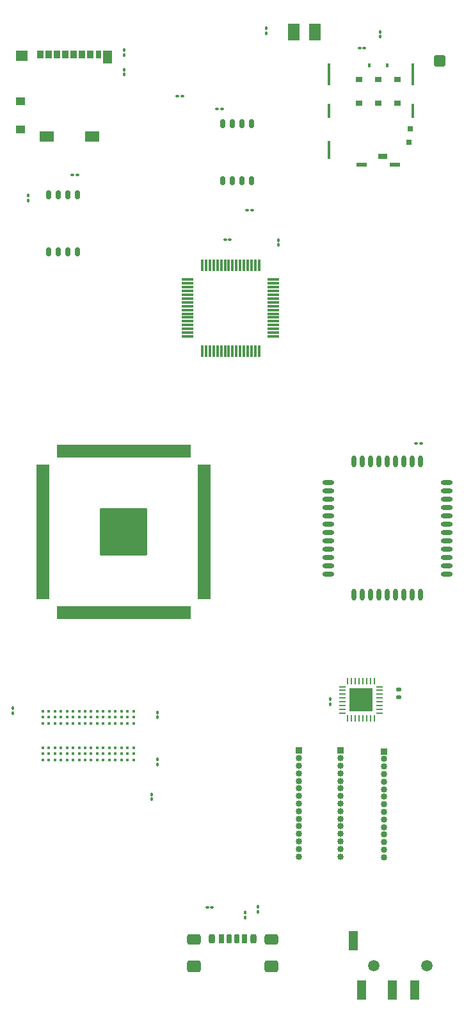
<source format=gbr>
%TF.GenerationSoftware,KiCad,Pcbnew,8.0.2*%
%TF.CreationDate,2024-06-28T11:46:25+02:00*%
%TF.ProjectId,Undroid,556e6472-6f69-4642-9e6b-696361645f70,rev?*%
%TF.SameCoordinates,Original*%
%TF.FileFunction,Soldermask,Top*%
%TF.FilePolarity,Negative*%
%FSLAX46Y46*%
G04 Gerber Fmt 4.6, Leading zero omitted, Abs format (unit mm)*
G04 Created by KiCad (PCBNEW 8.0.2) date 2024-06-28 11:46:25*
%MOMM*%
%LPD*%
G01*
G04 APERTURE LIST*
G04 Aperture macros list*
%AMRoundRect*
0 Rectangle with rounded corners*
0 $1 Rounding radius*
0 $2 $3 $4 $5 $6 $7 $8 $9 X,Y pos of 4 corners*
0 Add a 4 corners polygon primitive as box body*
4,1,4,$2,$3,$4,$5,$6,$7,$8,$9,$2,$3,0*
0 Add four circle primitives for the rounded corners*
1,1,$1+$1,$2,$3*
1,1,$1+$1,$4,$5*
1,1,$1+$1,$6,$7*
1,1,$1+$1,$8,$9*
0 Add four rect primitives between the rounded corners*
20,1,$1+$1,$2,$3,$4,$5,0*
20,1,$1+$1,$4,$5,$6,$7,0*
20,1,$1+$1,$6,$7,$8,$9,0*
20,1,$1+$1,$8,$9,$2,$3,0*%
G04 Aperture macros list end*
%ADD10R,1.550000X2.200000*%
%ADD11R,0.850000X0.850000*%
%ADD12O,0.850000X0.850000*%
%ADD13R,0.900000X0.700000*%
%ADD14R,0.700000X0.700000*%
%ADD15R,1.200000X0.650000*%
%ADD16R,0.450000X2.900000*%
%ADD17R,0.450000X1.900000*%
%ADD18R,0.450000X2.400000*%
%ADD19R,1.400000X0.500000*%
%ADD20R,0.300000X0.600000*%
%ADD21R,0.750000X0.700000*%
%ADD22RoundRect,0.100000X0.100000X-0.130000X0.100000X0.130000X-0.100000X0.130000X-0.100000X-0.130000X0*%
%ADD23RoundRect,0.100000X-0.130000X-0.100000X0.130000X-0.100000X0.130000X0.100000X-0.130000X0.100000X0*%
%ADD24RoundRect,0.246063X-0.503937X-0.503937X0.503937X-0.503937X0.503937X0.503937X-0.503937X0.503937X0*%
%ADD25RoundRect,0.100000X0.130000X0.100000X-0.130000X0.100000X-0.130000X-0.100000X0.130000X-0.100000X0*%
%ADD26C,1.500000*%
%ADD27R,1.200000X2.500000*%
%ADD28RoundRect,0.075000X-0.700000X-0.075000X0.700000X-0.075000X0.700000X0.075000X-0.700000X0.075000X0*%
%ADD29RoundRect,0.075000X-0.075000X-0.700000X0.075000X-0.700000X0.075000X0.700000X-0.075000X0.700000X0*%
%ADD30R,0.850000X1.100000*%
%ADD31R,0.750000X1.100000*%
%ADD32R,1.200000X1.000000*%
%ADD33R,1.550000X1.350000*%
%ADD34R,1.900000X1.350000*%
%ADD35R,1.170000X1.800000*%
%ADD36RoundRect,0.175000X-0.175000X-0.425000X0.175000X-0.425000X0.175000X0.425000X-0.175000X0.425000X0*%
%ADD37RoundRect,0.190000X0.190000X0.410000X-0.190000X0.410000X-0.190000X-0.410000X0.190000X-0.410000X0*%
%ADD38RoundRect,0.200000X0.200000X0.400000X-0.200000X0.400000X-0.200000X-0.400000X0.200000X-0.400000X0*%
%ADD39RoundRect,0.175000X0.175000X0.425000X-0.175000X0.425000X-0.175000X-0.425000X0.175000X-0.425000X0*%
%ADD40RoundRect,0.190000X-0.190000X-0.410000X0.190000X-0.410000X0.190000X0.410000X-0.190000X0.410000X0*%
%ADD41RoundRect,0.200000X-0.200000X-0.400000X0.200000X-0.400000X0.200000X0.400000X-0.200000X0.400000X0*%
%ADD42RoundRect,0.250000X-0.650000X-0.425000X0.650000X-0.425000X0.650000X0.425000X-0.650000X0.425000X0*%
%ADD43RoundRect,0.250000X-0.650000X-0.500000X0.650000X-0.500000X0.650000X0.500000X-0.650000X0.500000X0*%
%ADD44RoundRect,0.150000X0.150000X-0.450000X0.150000X0.450000X-0.150000X0.450000X-0.150000X-0.450000X0*%
%ADD45RoundRect,0.055500X-0.826500X-0.166500X0.826500X-0.166500X0.826500X0.166500X-0.826500X0.166500X0*%
%ADD46RoundRect,0.055500X0.166500X-0.826500X0.166500X0.826500X-0.166500X0.826500X-0.166500X-0.826500X0*%
%ADD47RoundRect,0.102000X-3.000000X-3.000000X3.000000X-3.000000X3.000000X3.000000X-3.000000X3.000000X0*%
%ADD48RoundRect,0.062500X-0.375000X-0.062500X0.375000X-0.062500X0.375000X0.062500X-0.375000X0.062500X0*%
%ADD49RoundRect,0.062500X-0.062500X-0.375000X0.062500X-0.375000X0.062500X0.375000X-0.062500X0.375000X0*%
%ADD50R,3.100000X3.100000*%
%ADD51O,1.600000X0.600000*%
%ADD52O,0.600000X1.600000*%
%ADD53RoundRect,0.140000X-0.170000X0.140000X-0.170000X-0.140000X0.170000X-0.140000X0.170000X0.140000X0*%
%ADD54C,0.400000*%
G04 APERTURE END LIST*
D10*
%TO.C,D1*%
X166525000Y-31800000D03*
X163675000Y-31800000D03*
%TD*%
D11*
%TO.C,MBCI_VIDEO1*%
X175600000Y-126800000D03*
D12*
X175600000Y-127800000D03*
X175600000Y-128800000D03*
X175600000Y-129800000D03*
X175600000Y-130800000D03*
X175600000Y-131800000D03*
X175600000Y-132800000D03*
X175600000Y-133800000D03*
X175600000Y-134800000D03*
X175600000Y-135800000D03*
X175600000Y-136800000D03*
X175600000Y-137800000D03*
X175600000Y-138800000D03*
X175600000Y-139800000D03*
X175600000Y-140800000D03*
%TD*%
D13*
%TO.C,SIM_SLOT_1*%
X172340000Y-38025000D03*
X174880000Y-38025000D03*
X177420000Y-38025000D03*
X172340000Y-41195000D03*
X174880000Y-41195000D03*
X177420000Y-41195000D03*
D14*
X179150000Y-44525000D03*
D15*
X175430000Y-48200000D03*
D16*
X168325000Y-37325000D03*
D17*
X168325000Y-42175000D03*
D18*
X168325000Y-47325000D03*
D19*
X172680000Y-49275000D03*
D20*
X173660000Y-36175000D03*
X176100000Y-36175000D03*
D19*
X177100000Y-49275000D03*
D21*
X178975000Y-46325000D03*
D16*
X179475000Y-37325000D03*
D17*
X179475000Y-42175000D03*
%TD*%
D22*
%TO.C,CC1_R1*%
X157275000Y-148745000D03*
X157275000Y-148105000D03*
%TD*%
D11*
%TO.C,MBCI_IO1*%
X164400000Y-126700000D03*
D12*
X164400000Y-127700000D03*
X164400000Y-128700000D03*
X164400000Y-129700000D03*
X164400000Y-130700000D03*
X164400000Y-131700000D03*
X164400000Y-132700000D03*
X164400000Y-133700000D03*
X164400000Y-134700000D03*
X164400000Y-135700000D03*
X164400000Y-136700000D03*
X164400000Y-137700000D03*
X164400000Y-138700000D03*
X164400000Y-139700000D03*
X164400000Y-140700000D03*
%TD*%
D22*
%TO.C,RAM_PWR_R2*%
X145700000Y-122275000D03*
X145700000Y-121635000D03*
%TD*%
%TO.C,RAM_GND_VSSQ_R1*%
X126500000Y-121720000D03*
X126500000Y-121080000D03*
%TD*%
D23*
%TO.C,MCU_PWR_R1*%
X154600000Y-59200000D03*
X155240000Y-59200000D03*
%TD*%
D22*
%TO.C,MCU_PWR_R2*%
X161700000Y-59875000D03*
X161700000Y-59235000D03*
%TD*%
D23*
%TO.C,VCC_S_1*%
X172400000Y-33900000D03*
X173040000Y-33900000D03*
%TD*%
D22*
%TO.C,RAM_GND_VSS_R1*%
X145700000Y-128520000D03*
X145700000Y-127880000D03*
%TD*%
%TO.C,RVSS_S_1*%
X175100000Y-32375000D03*
X175100000Y-31735000D03*
%TD*%
D24*
%TO.C,ANT1*%
X183000000Y-35600000D03*
%TD*%
D22*
%TO.C,VSS_FL_2*%
X128565000Y-54015000D03*
X128565000Y-53375000D03*
%TD*%
%TO.C,RAM_GND_VSS_R3*%
X144900000Y-133120000D03*
X144900000Y-132480000D03*
%TD*%
D11*
%TO.C,MBCI_NETWORK1*%
X169900000Y-126700000D03*
D12*
X169900000Y-127700000D03*
X169900000Y-128700000D03*
X169900000Y-129700000D03*
X169900000Y-130700000D03*
X169900000Y-131700000D03*
X169900000Y-132700000D03*
X169900000Y-133700000D03*
X169900000Y-134700000D03*
X169900000Y-135700000D03*
X169900000Y-136700000D03*
X169900000Y-137700000D03*
X169900000Y-138700000D03*
X169900000Y-139700000D03*
X169900000Y-140700000D03*
%TD*%
D25*
%TO.C,VCC_FL_2*%
X135085000Y-50650000D03*
X134445000Y-50650000D03*
%TD*%
D26*
%TO.C,JACK_PORT1*%
X181300000Y-155100000D03*
X174300000Y-155100000D03*
D27*
X176700000Y-158350000D03*
X179700000Y-158350000D03*
X171600000Y-151850000D03*
X172700000Y-158350000D03*
%TD*%
D22*
%TO.C,NETLIGHT_R1*%
X160100000Y-31900000D03*
X160100000Y-31260000D03*
%TD*%
D23*
%TO.C,VBAT_R1*%
X179880000Y-86100000D03*
X180520000Y-86100000D03*
%TD*%
D22*
%TO.C,MBCI_PWR_R1*%
X168500000Y-120575000D03*
X168500000Y-119935000D03*
%TD*%
%TO.C,CC2_R1*%
X159000000Y-147965000D03*
X159000000Y-147325000D03*
%TD*%
D28*
%TO.C,BRIDGE_CHIP1*%
X149675000Y-64475000D03*
X149675000Y-64975000D03*
X149675000Y-65475000D03*
X149675000Y-65975000D03*
X149675000Y-66475000D03*
X149675000Y-66975000D03*
X149675000Y-67475000D03*
X149675000Y-67975000D03*
X149675000Y-68475000D03*
X149675000Y-68975000D03*
X149675000Y-69475000D03*
X149675000Y-69975000D03*
X149675000Y-70475000D03*
X149675000Y-70975000D03*
X149675000Y-71475000D03*
X149675000Y-71975000D03*
D29*
X151600000Y-73900000D03*
X152100000Y-73900000D03*
X152600000Y-73900000D03*
X153100000Y-73900000D03*
X153600000Y-73900000D03*
X154100000Y-73900000D03*
X154600000Y-73900000D03*
X155100000Y-73900000D03*
X155600000Y-73900000D03*
X156100000Y-73900000D03*
X156600000Y-73900000D03*
X157100000Y-73900000D03*
X157600000Y-73900000D03*
X158100000Y-73900000D03*
X158600000Y-73900000D03*
X159100000Y-73900000D03*
D28*
X161025000Y-71975000D03*
X161025000Y-71475000D03*
X161025000Y-70975000D03*
X161025000Y-70475000D03*
X161025000Y-69975000D03*
X161025000Y-69475000D03*
X161025000Y-68975000D03*
X161025000Y-68475000D03*
X161025000Y-67975000D03*
X161025000Y-67475000D03*
X161025000Y-66975000D03*
X161025000Y-66475000D03*
X161025000Y-65975000D03*
X161025000Y-65475000D03*
X161025000Y-64975000D03*
X161025000Y-64475000D03*
D29*
X159100000Y-62550000D03*
X158600000Y-62550000D03*
X158100000Y-62550000D03*
X157600000Y-62550000D03*
X157100000Y-62550000D03*
X156600000Y-62550000D03*
X156100000Y-62550000D03*
X155600000Y-62550000D03*
X155100000Y-62550000D03*
X154600000Y-62550000D03*
X154100000Y-62550000D03*
X153600000Y-62550000D03*
X153100000Y-62550000D03*
X152600000Y-62550000D03*
X152100000Y-62550000D03*
X151600000Y-62550000D03*
%TD*%
D30*
%TO.C,SD_SLOT_1*%
X130195000Y-34750000D03*
X131295000Y-34750000D03*
X132395000Y-34750000D03*
X133495000Y-34750000D03*
X134595000Y-34750000D03*
X135695000Y-34750000D03*
X136795000Y-34750000D03*
D31*
X137845000Y-34750000D03*
D32*
X127560000Y-40900000D03*
X127560000Y-44600000D03*
D33*
X127735000Y-34875000D03*
D34*
X131060000Y-45575000D03*
X137030000Y-45575000D03*
D35*
X139055000Y-35100000D03*
%TD*%
D23*
%TO.C,VCC_FL_1*%
X153580000Y-41900000D03*
X154220000Y-41900000D03*
%TD*%
D36*
%TO.C,POWER_USB_C1*%
X155125000Y-151565000D03*
D37*
X157145000Y-151565000D03*
D38*
X158375000Y-151565000D03*
D39*
X156125000Y-151565000D03*
D40*
X154105000Y-151565000D03*
D41*
X152875000Y-151565000D03*
D42*
X150500000Y-151620000D03*
D43*
X150500000Y-155200000D03*
D42*
X160750000Y-151620000D03*
D43*
X160750000Y-155200000D03*
%TD*%
D22*
%TO.C,VSS_SD_VSS1*%
X141300000Y-37375000D03*
X141300000Y-36735000D03*
%TD*%
D44*
%TO.C,FLASH_MEM_MASS1*%
X154290000Y-51400000D03*
X155560000Y-51400000D03*
X156830000Y-51400000D03*
X158100000Y-51400000D03*
X158100000Y-43900000D03*
X156830000Y-43900000D03*
X155560000Y-43900000D03*
X154290000Y-43900000D03*
%TD*%
D22*
%TO.C,VSS_SD_VDD1*%
X141300000Y-34775000D03*
X141300000Y-34135000D03*
%TD*%
D45*
%TO.C,CPU_1*%
X130520000Y-89200000D03*
X130520000Y-89600000D03*
X130520000Y-90000000D03*
X130520000Y-90400000D03*
X130520000Y-90800000D03*
X130520000Y-91200000D03*
X130520000Y-91600000D03*
X130520000Y-92000000D03*
X130520000Y-92400000D03*
X130520000Y-92800000D03*
X130520000Y-93200000D03*
X130520000Y-93600000D03*
X130520000Y-94000000D03*
X130520000Y-94400000D03*
X130520000Y-94800000D03*
X130520000Y-95200000D03*
X130520000Y-95600000D03*
X130520000Y-96000000D03*
X130520000Y-96400000D03*
X130520000Y-96800000D03*
X130520000Y-97200000D03*
X130520000Y-97600000D03*
X130520000Y-98000000D03*
X130520000Y-98400000D03*
X130520000Y-98800000D03*
X130520000Y-99200000D03*
X130520000Y-99600000D03*
X130520000Y-100000000D03*
X130520000Y-100400000D03*
X130520000Y-100800000D03*
X130520000Y-101200000D03*
X130520000Y-101600000D03*
X130520000Y-102000000D03*
X130520000Y-102400000D03*
X130520000Y-102800000D03*
X130520000Y-103200000D03*
X130520000Y-103600000D03*
X130520000Y-104000000D03*
X130520000Y-104400000D03*
X130520000Y-104800000D03*
X130520000Y-105200000D03*
X130520000Y-105600000D03*
X130520000Y-106000000D03*
X130520000Y-106400000D03*
D46*
X132600000Y-108480000D03*
X133000000Y-108480000D03*
X133400000Y-108480000D03*
X133800000Y-108480000D03*
X134200000Y-108480000D03*
X134600000Y-108480000D03*
X135000000Y-108480000D03*
X135400000Y-108480000D03*
X135800000Y-108480000D03*
X136200000Y-108480000D03*
X136600000Y-108480000D03*
X137000000Y-108480000D03*
X137400000Y-108480000D03*
X137800000Y-108480000D03*
X138200000Y-108480000D03*
X138600000Y-108480000D03*
X139000000Y-108480000D03*
X139400000Y-108480000D03*
X139800000Y-108480000D03*
X140200000Y-108480000D03*
X140600000Y-108480000D03*
X141000000Y-108480000D03*
X141400000Y-108480000D03*
X141800000Y-108480000D03*
X142200000Y-108480000D03*
X142600000Y-108480000D03*
X143000000Y-108480000D03*
X143400000Y-108480000D03*
X143800000Y-108480000D03*
X144200000Y-108480000D03*
X144600000Y-108480000D03*
X145000000Y-108480000D03*
X145400000Y-108480000D03*
X145800000Y-108480000D03*
X146200000Y-108480000D03*
X146600000Y-108480000D03*
X147000000Y-108480000D03*
X147400000Y-108480000D03*
X147800000Y-108480000D03*
X148200000Y-108480000D03*
X148600000Y-108480000D03*
X149000000Y-108480000D03*
X149400000Y-108480000D03*
X149800000Y-108480000D03*
D45*
X151880000Y-106400000D03*
X151880000Y-106000000D03*
X151880000Y-105600000D03*
X151880000Y-105200000D03*
X151880000Y-104800000D03*
X151880000Y-104400000D03*
X151880000Y-104000000D03*
X151880000Y-103600000D03*
X151880000Y-103200000D03*
X151880000Y-102800000D03*
X151880000Y-102400000D03*
X151880000Y-102000000D03*
X151880000Y-101600000D03*
X151880000Y-101200000D03*
X151880000Y-100800000D03*
X151880000Y-100400000D03*
X151880000Y-100000000D03*
X151880000Y-99600000D03*
X151880000Y-99200000D03*
X151880000Y-98800000D03*
X151880000Y-98400000D03*
X151880000Y-98000000D03*
X151880000Y-97600000D03*
X151880000Y-97200000D03*
X151880000Y-96800000D03*
X151880000Y-96400000D03*
X151880000Y-96000000D03*
X151880000Y-95600000D03*
X151880000Y-95200000D03*
X151880000Y-94800000D03*
X151880000Y-94400000D03*
X151880000Y-94000000D03*
X151880000Y-93600000D03*
X151880000Y-93200000D03*
X151880000Y-92800000D03*
X151880000Y-92400000D03*
X151880000Y-92000000D03*
X151880000Y-91600000D03*
X151880000Y-91200000D03*
X151880000Y-90800000D03*
X151880000Y-90400000D03*
X151880000Y-90000000D03*
X151880000Y-89600000D03*
X151880000Y-89200000D03*
D46*
X149800000Y-87120000D03*
X149400000Y-87120000D03*
X149000000Y-87120000D03*
X148600000Y-87120000D03*
X148200000Y-87120000D03*
X147800000Y-87120000D03*
X147400000Y-87120000D03*
X147000000Y-87120000D03*
X146600000Y-87120000D03*
X146200000Y-87120000D03*
X145800000Y-87120000D03*
X145400000Y-87120000D03*
X145000000Y-87120000D03*
X144600000Y-87120000D03*
X144200000Y-87120000D03*
X143800000Y-87120000D03*
X143400000Y-87120000D03*
X143000000Y-87120000D03*
X142600000Y-87120000D03*
X142200000Y-87120000D03*
X141800000Y-87120000D03*
X141400000Y-87120000D03*
X141000000Y-87120000D03*
X140600000Y-87120000D03*
X140200000Y-87120000D03*
X139800000Y-87120000D03*
X139400000Y-87120000D03*
X139000000Y-87120000D03*
X138600000Y-87120000D03*
X138200000Y-87120000D03*
X137800000Y-87120000D03*
X137400000Y-87120000D03*
X137000000Y-87120000D03*
X136600000Y-87120000D03*
X136200000Y-87120000D03*
X135800000Y-87120000D03*
X135400000Y-87120000D03*
X135000000Y-87120000D03*
X134600000Y-87120000D03*
X134200000Y-87120000D03*
X133800000Y-87120000D03*
X133400000Y-87120000D03*
X133000000Y-87120000D03*
X132600000Y-87120000D03*
D47*
X141200000Y-97800000D03*
%TD*%
D44*
%TO.C,FLASH_MEM_OS1*%
X131260000Y-60800000D03*
X132530000Y-60800000D03*
X133800000Y-60800000D03*
X135070000Y-60800000D03*
X135070000Y-53300000D03*
X133800000Y-53300000D03*
X132530000Y-53300000D03*
X131260000Y-53300000D03*
%TD*%
D23*
%TO.C,VSS_FL_1*%
X157555000Y-55275000D03*
X158195000Y-55275000D03*
%TD*%
D48*
%TO.C,MBCI_0*%
X170162500Y-118250000D03*
X170162500Y-118750000D03*
X170162500Y-119250000D03*
X170162500Y-119750000D03*
X170162500Y-120250000D03*
X170162500Y-120750000D03*
X170162500Y-121250000D03*
X170162500Y-121750000D03*
D49*
X170850000Y-122437500D03*
X171350000Y-122437500D03*
X171850000Y-122437500D03*
X172350000Y-122437500D03*
X172850000Y-122437500D03*
X173350000Y-122437500D03*
X173850000Y-122437500D03*
X174350000Y-122437500D03*
D48*
X175037500Y-121750000D03*
X175037500Y-121250000D03*
X175037500Y-120750000D03*
X175037500Y-120250000D03*
X175037500Y-119750000D03*
X175037500Y-119250000D03*
X175037500Y-118750000D03*
X175037500Y-118250000D03*
D49*
X174350000Y-117562500D03*
X173850000Y-117562500D03*
X173350000Y-117562500D03*
X172850000Y-117562500D03*
X172350000Y-117562500D03*
X171850000Y-117562500D03*
X171350000Y-117562500D03*
X170850000Y-117562500D03*
D50*
X172600000Y-120000000D03*
%TD*%
D23*
%TO.C,GND_R1*%
X152250000Y-147375000D03*
X152890000Y-147375000D03*
%TD*%
D51*
%TO.C,SIM_CHIP1*%
X168250000Y-91250000D03*
X168250000Y-92350000D03*
X168250000Y-93450000D03*
X168250000Y-94550000D03*
X168250000Y-95650000D03*
X168250000Y-96750000D03*
X168250000Y-97850000D03*
X168250000Y-98950000D03*
X168250000Y-100050000D03*
X168250000Y-101150000D03*
X168250000Y-102250000D03*
X168250000Y-103350000D03*
D52*
X171700000Y-106100000D03*
X172800000Y-106100000D03*
X173900000Y-106100000D03*
X175000000Y-106100000D03*
X176100000Y-106100000D03*
X177200000Y-106100000D03*
X178300000Y-106100000D03*
X179400000Y-106100000D03*
X180500000Y-106100000D03*
D51*
X183950000Y-103350000D03*
X183950000Y-102250000D03*
X183950000Y-101150000D03*
X183950000Y-100050000D03*
X183950000Y-98950000D03*
X183950000Y-97850000D03*
X183950000Y-96750000D03*
X183950000Y-95650000D03*
X183950000Y-94550000D03*
X183950000Y-93450000D03*
X183950000Y-92350000D03*
X183950000Y-91250000D03*
D52*
X180500000Y-88500000D03*
X179400000Y-88500000D03*
X178300000Y-88500000D03*
X177200000Y-88500000D03*
X176100000Y-88500000D03*
X175000000Y-88500000D03*
X173900000Y-88500000D03*
X172800000Y-88500000D03*
X171700000Y-88500000D03*
%TD*%
D53*
%TO.C,C1*%
X177600000Y-118645000D03*
X177600000Y-119605000D03*
%TD*%
D54*
%TO.C,DDR_RAM1*%
X130500000Y-127900000D03*
X130500000Y-127100000D03*
X130500000Y-126300000D03*
X130500000Y-123100000D03*
X130500000Y-122300000D03*
X130500000Y-121500000D03*
X131300000Y-127900000D03*
X131300000Y-127100000D03*
X131300000Y-126300000D03*
X131300000Y-123100000D03*
X131300000Y-122300000D03*
X131300000Y-121500000D03*
X132100000Y-127900000D03*
X132100000Y-127100000D03*
X132100000Y-126300000D03*
X132100000Y-123100000D03*
X132100000Y-122300000D03*
X132100000Y-121500000D03*
X132900000Y-127900000D03*
X132900000Y-127100000D03*
X132900000Y-126300000D03*
X132900000Y-123100000D03*
X132900000Y-122300000D03*
X132900000Y-121500000D03*
X133700000Y-127900000D03*
X133700000Y-127100000D03*
X133700000Y-126300000D03*
X133700000Y-123100000D03*
X133700000Y-122300000D03*
X133700000Y-121500000D03*
X134500000Y-127900000D03*
X134500000Y-127100000D03*
X134500000Y-126300000D03*
X134500000Y-123100000D03*
X134500000Y-122300000D03*
X134500000Y-121500000D03*
X135300000Y-127900000D03*
X135300000Y-127100000D03*
X135300000Y-126300000D03*
X135300000Y-123100000D03*
X135300000Y-122300000D03*
X135300000Y-121500000D03*
X136100000Y-127900000D03*
X136100000Y-127100000D03*
X136100000Y-126300000D03*
X136100000Y-123100000D03*
X136100000Y-122300000D03*
X136100000Y-121500000D03*
X136900000Y-127900000D03*
X136900000Y-127100000D03*
X136900000Y-126300000D03*
X136900000Y-123100000D03*
X136900000Y-122300000D03*
X136900000Y-121500000D03*
X137700000Y-127900000D03*
X137700000Y-127100000D03*
X137700000Y-126300000D03*
X137700000Y-123100000D03*
X137700000Y-122300000D03*
X137700000Y-121500000D03*
X138500000Y-127900000D03*
X138500000Y-127100000D03*
X138500000Y-126300000D03*
X138500000Y-123100000D03*
X138500000Y-122300000D03*
X138500000Y-121500000D03*
X139300000Y-127900000D03*
X139300000Y-127100000D03*
X139300000Y-126300000D03*
X139300000Y-123100000D03*
X139300000Y-122300000D03*
X139300000Y-121500000D03*
X140100000Y-127900000D03*
X140100000Y-127100000D03*
X140100000Y-126300000D03*
X140100000Y-123100000D03*
X140100000Y-122300000D03*
X140100000Y-121500000D03*
X140900000Y-127900000D03*
X140900000Y-127100000D03*
X140900000Y-126300000D03*
X140900000Y-123100000D03*
X140900000Y-122300000D03*
X140900000Y-121500000D03*
X141700000Y-127900000D03*
X141700000Y-127100000D03*
X141700000Y-126300000D03*
X141700000Y-123100000D03*
X141700000Y-122300000D03*
X141700000Y-121500000D03*
X142500000Y-127900000D03*
X142500000Y-127100000D03*
X142500000Y-126300000D03*
X142500000Y-123100000D03*
X142500000Y-122300000D03*
X142500000Y-121500000D03*
%TD*%
D23*
%TO.C,GND_BRIDGE_R1*%
X148325000Y-40200000D03*
X148965000Y-40200000D03*
%TD*%
M02*

</source>
